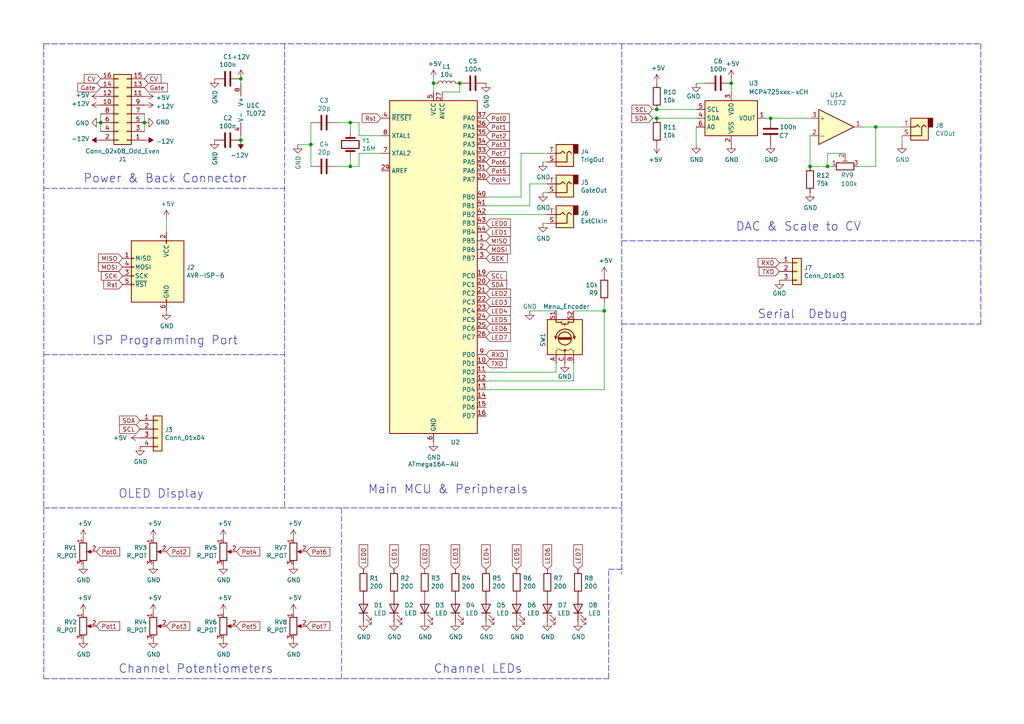
<source format=kicad_sch>
(kicad_sch (version 20211123) (generator eeschema)
  (paper "A4")
  (lib_symbols
    (symbol "Amplifier_Operational:TL072" (pin_names (offset 0.127))
      (property "Reference" "U" (at 0 5.08 0))
      (property "Value" "TL072" (at 0 -5.08 0))
      (symbol "TL072_1_1"
        (pin output line (at 7.62 0 180) (length 2.54) (name "~") (number "1"))
        (pin input line (at -7.62 -2.54 0) (length 2.54) (name "-") (number "2"))
        (pin input line (at -7.62 2.54 0) (length 2.54) (name "+") (number "3"))
      )
      (symbol "TL072_2_1"
        (pin input line (at -7.62 2.54 0) (length 2.54) (name "+") (number "5"))
        (pin input line (at -7.62 -2.54 0) (length 2.54) (name "-") (number "6"))
        (pin output line (at 7.62 0 180) (length 2.54) (name "~") (number "7"))
      )
      (symbol "TL072_3_1"
        (pin power_in line (at -2.54 -7.62 90) (length 3.81) (name "V-") (number "4"))
        (pin power_in line (at -2.54 7.62 270) (length 3.81) (name "V+") (number "8"))
      )
    )
    (symbol "Analog_DAC:MCP4725xxx-xCH"
      (property "Reference" "U" (at -6.35 6.35 0))
      (property "Value" "MCP4725xxx-xCH" (at 8.89 6.35 0))
      (symbol "MCP4725xxx-xCH_1_1"
        (pin output line (at 10.16 0 180) (length 2.54) (name "VOUT") (number "1"))
        (pin power_in line (at 0 -7.62 90) (length 2.54) (name "VSS") (number "2"))
        (pin power_in line (at 0 7.62 270) (length 2.54) (name "VDD") (number "3"))
        (pin bidirectional line (at -10.16 0 0) (length 2.54) (name "SDA") (number "4"))
        (pin input line (at -10.16 2.54 0) (length 2.54) (name "SCL") (number "5"))
        (pin input line (at -10.16 -2.54 0) (length 2.54) (name "A0") (number "6"))
      )
    )
    (symbol "Connector:AVR-ISP-6" (pin_names (offset 1.016))
      (property "Reference" "J" (at -6.35 11.43 0))
      (property "Value" "AVR-ISP-6" (at 0 11.43 0))
      (symbol "AVR-ISP-6_1_1"
        (pin passive line (at 10.16 5.08 180) (length 2.54) (name "MISO") (number "1"))
        (pin passive line (at -2.54 12.7 270) (length 2.54) (name "VCC") (number "2"))
        (pin passive line (at 10.16 0 180) (length 2.54) (name "SCK") (number "3"))
        (pin passive line (at 10.16 2.54 180) (length 2.54) (name "MOSI") (number "4"))
        (pin passive line (at 10.16 -2.54 180) (length 2.54) (name "~{RST}") (number "5"))
        (pin passive line (at -2.54 -10.16 90) (length 2.54) (name "GND") (number "6"))
      )
    )
    (symbol "Connector:AudioJack2"
      (property "Reference" "J" (at 0 8.89 0))
      (property "Value" "AudioJack2" (at 0 6.35 0))
      (symbol "AudioJack2_1_1"
        (pin passive line (at 5.08 2.54 180) (length 2.54) (name "~") (number "S"))
        (pin passive line (at 5.08 0 180) (length 2.54) (name "~") (number "T"))
      )
    )
    (symbol "Connector_Generic:Conn_01x03" (pin_names (offset 1.016) hide)
      (property "Reference" "J" (at 0 5.08 0))
      (property "Value" "Conn_01x03" (at 0 -5.08 0))
      (symbol "Conn_01x03_1_1"
        (pin passive line (at -5.08 2.54 0) (length 3.81) (name "Pin_1") (number "1"))
        (pin passive line (at -5.08 0 0) (length 3.81) (name "Pin_2") (number "2"))
        (pin passive line (at -5.08 -2.54 0) (length 3.81) (name "Pin_3") (number "3"))
      )
    )
    (symbol "Connector_Generic:Conn_01x04" (pin_names (offset 1.016) hide)
      (property "Reference" "J" (at 0 5.08 0))
      (property "Value" "Conn_01x04" (at 0 -7.62 0))
      (symbol "Conn_01x04_1_1"
        (pin passive line (at -5.08 2.54 0) (length 3.81) (name "Pin_1") (number "1"))
        (pin passive line (at -5.08 0 0) (length 3.81) (name "Pin_2") (number "2"))
        (pin passive line (at -5.08 -2.54 0) (length 3.81) (name "Pin_3") (number "3"))
        (pin passive line (at -5.08 -5.08 0) (length 3.81) (name "Pin_4") (number "4"))
      )
    )
    (symbol "Connector_Generic:Conn_02x08_Odd_Even" (pin_names (offset 1.016) hide)
      (property "Reference" "J" (at 1.27 10.16 0))
      (property "Value" "Conn_02x08_Odd_Even" (at 1.27 -12.7 0))
      (symbol "Conn_02x08_Odd_Even_1_1"
        (pin passive line (at -5.08 7.62 0) (length 3.81) (name "Pin_1") (number "1"))
        (pin passive line (at 7.62 -2.54 180) (length 3.81) (name "Pin_10") (number "10"))
        (pin passive line (at -5.08 -5.08 0) (length 3.81) (name "Pin_11") (number "11"))
        (pin passive line (at 7.62 -5.08 180) (length 3.81) (name "Pin_12") (number "12"))
        (pin passive line (at -5.08 -7.62 0) (length 3.81) (name "Pin_13") (number "13"))
        (pin passive line (at 7.62 -7.62 180) (length 3.81) (name "Pin_14") (number "14"))
        (pin passive line (at -5.08 -10.16 0) (length 3.81) (name "Pin_15") (number "15"))
        (pin passive line (at 7.62 -10.16 180) (length 3.81) (name "Pin_16") (number "16"))
        (pin passive line (at 7.62 7.62 180) (length 3.81) (name "Pin_2") (number "2"))
        (pin passive line (at -5.08 5.08 0) (length 3.81) (name "Pin_3") (number "3"))
        (pin passive line (at 7.62 5.08 180) (length 3.81) (name "Pin_4") (number "4"))
        (pin passive line (at -5.08 2.54 0) (length 3.81) (name "Pin_5") (number "5"))
        (pin passive line (at 7.62 2.54 180) (length 3.81) (name "Pin_6") (number "6"))
        (pin passive line (at -5.08 0 0) (length 3.81) (name "Pin_7") (number "7"))
        (pin passive line (at 7.62 0 180) (length 3.81) (name "Pin_8") (number "8"))
        (pin passive line (at -5.08 -2.54 0) (length 3.81) (name "Pin_9") (number "9"))
      )
    )
    (symbol "Device:C" (pin_numbers hide) (pin_names (offset 0.254))
      (property "Reference" "C" (at 0.635 2.54 0))
      (property "Value" "C" (at 0.635 -2.54 0))
      (symbol "C_1_1"
        (pin passive line (at 0 3.81 270) (length 2.794) (name "~") (number "1"))
        (pin passive line (at 0 -3.81 90) (length 2.794) (name "~") (number "2"))
      )
    )
    (symbol "Device:Crystal" (pin_numbers hide) (pin_names (offset 1.016) hide)
      (property "Reference" "Y" (at 0 3.81 0))
      (property "Value" "Crystal" (at 0 -3.81 0))
      (symbol "Crystal_1_1"
        (pin passive line (at -3.81 0 0) (length 1.27) (name "1") (number "1"))
        (pin passive line (at 3.81 0 180) (length 1.27) (name "2") (number "2"))
      )
    )
    (symbol "Device:L" (pin_numbers hide) (pin_names (offset 1.016) hide)
      (property "Reference" "L" (at -1.27 0 90))
      (property "Value" "L" (at 1.905 0 90))
      (symbol "L_1_1"
        (pin passive line (at 0 3.81 270) (length 1.27) (name "1") (number "1"))
        (pin passive line (at 0 -3.81 90) (length 1.27) (name "2") (number "2"))
      )
    )
    (symbol "Device:LED" (pin_numbers hide) (pin_names (offset 1.016) hide)
      (property "Reference" "D" (at 0 2.54 0))
      (property "Value" "LED" (at 0 -2.54 0))
      (symbol "LED_1_1"
        (pin passive line (at -3.81 0 0) (length 2.54) (name "K") (number "1"))
        (pin passive line (at 3.81 0 180) (length 2.54) (name "A") (number "2"))
      )
    )
    (symbol "Device:R" (pin_numbers hide) (pin_names (offset 0))
      (property "Reference" "R" (at 2.032 0 90))
      (property "Value" "R" (at 0 0 90))
      (symbol "R_1_1"
        (pin passive line (at 0 3.81 270) (length 1.27) (name "~") (number "1"))
        (pin passive line (at 0 -3.81 90) (length 1.27) (name "~") (number "2"))
      )
    )
    (symbol "control_voltage_eurorack_module-rescue:ATmega16A-AU-MCU_Microchip_ATmega"
      (property "Reference" "U" (at -12.7 49.53 0))
      (property "Value" "ATmega16A-AU-MCU_Microchip_ATmega" (at 2.54 -49.53 0))
      (symbol "ATmega16A-AU-MCU_Microchip_ATmega_1_1"
        (pin bidirectional line (at 15.24 7.62 180) (length 2.54) (name "PB5") (number "1"))
        (pin bidirectional line (at 15.24 -27.94 180) (length 2.54) (name "PD1") (number "10"))
        (pin bidirectional line (at 15.24 -30.48 180) (length 2.54) (name "PD2") (number "11"))
        (pin bidirectional line (at 15.24 -33.02 180) (length 2.54) (name "PD3") (number "12"))
        (pin bidirectional line (at 15.24 -35.56 180) (length 2.54) (name "PD4") (number "13"))
        (pin bidirectional line (at 15.24 -38.1 180) (length 2.54) (name "PD5") (number "14"))
        (pin bidirectional line (at 15.24 -40.64 180) (length 2.54) (name "PD6") (number "15"))
        (pin bidirectional line (at 15.24 -43.18 180) (length 2.54) (name "PD7") (number "16"))
        (pin passive line (at 0 50.8 270) (length 2.54) hide (name "VCC") (number "17"))
        (pin passive line (at 0 -50.8 90) (length 2.54) hide (name "GND") (number "18"))
        (pin bidirectional line (at 15.24 -2.54 180) (length 2.54) (name "PC0") (number "19"))
        (pin bidirectional line (at 15.24 5.08 180) (length 2.54) (name "PB6") (number "2"))
        (pin bidirectional line (at 15.24 -5.08 180) (length 2.54) (name "PC1") (number "20"))
        (pin bidirectional line (at 15.24 -7.62 180) (length 2.54) (name "PC2") (number "21"))
        (pin bidirectional line (at 15.24 -10.16 180) (length 2.54) (name "PC3") (number "22"))
        (pin bidirectional line (at 15.24 -12.7 180) (length 2.54) (name "PC4") (number "23"))
        (pin bidirectional line (at 15.24 -15.24 180) (length 2.54) (name "PC5") (number "24"))
        (pin bidirectional line (at 15.24 -17.78 180) (length 2.54) (name "PC6") (number "25"))
        (pin bidirectional line (at 15.24 -20.32 180) (length 2.54) (name "PC7") (number "26"))
        (pin power_in line (at 2.54 50.8 270) (length 2.54) (name "AVCC") (number "27"))
        (pin passive line (at 0 -50.8 90) (length 2.54) hide (name "GND") (number "28"))
        (pin passive line (at -15.24 27.94 0) (length 2.54) (name "AREF") (number "29"))
        (pin bidirectional line (at 15.24 2.54 180) (length 2.54) (name "PB7") (number "3"))
        (pin bidirectional line (at 15.24 25.4 180) (length 2.54) (name "PA7") (number "30"))
        (pin bidirectional line (at 15.24 27.94 180) (length 2.54) (name "PA6") (number "31"))
        (pin bidirectional line (at 15.24 30.48 180) (length 2.54) (name "PA5") (number "32"))
        (pin bidirectional line (at 15.24 33.02 180) (length 2.54) (name "PA4") (number "33"))
        (pin bidirectional line (at 15.24 35.56 180) (length 2.54) (name "PA3") (number "34"))
        (pin bidirectional line (at 15.24 38.1 180) (length 2.54) (name "PA2") (number "35"))
        (pin bidirectional line (at 15.24 40.64 180) (length 2.54) (name "PA1") (number "36"))
        (pin bidirectional line (at 15.24 43.18 180) (length 2.54) (name "PA0") (number "37"))
        (pin passive line (at 0 50.8 270) (length 2.54) hide (name "VCC") (number "38"))
        (pin passive line (at 0 -50.8 90) (length 2.54) hide (name "GND") (number "39"))
        (pin input line (at -15.24 43.18 0) (length 2.54) (name "~{RESET}") (number "4"))
        (pin bidirectional line (at 15.24 20.32 180) (length 2.54) (name "PB0") (number "40"))
        (pin bidirectional line (at 15.24 17.78 180) (length 2.54) (name "PB1") (number "41"))
        (pin bidirectional line (at 15.24 15.24 180) (length 2.54) (name "PB2") (number "42"))
        (pin bidirectional line (at 15.24 12.7 180) (length 2.54) (name "PB3") (number "43"))
        (pin bidirectional line (at 15.24 10.16 180) (length 2.54) (name "PB4") (number "44"))
        (pin power_in line (at 0 50.8 270) (length 2.54) (name "VCC") (number "5"))
        (pin power_in line (at 0 -50.8 90) (length 2.54) (name "GND") (number "6"))
        (pin output line (at -15.24 33.02 0) (length 2.54) (name "XTAL2") (number "7"))
        (pin input line (at -15.24 38.1 0) (length 2.54) (name "XTAL1") (number "8"))
        (pin bidirectional line (at 15.24 -25.4 180) (length 2.54) (name "PD0") (number "9"))
      )
    )
    (symbol "control_voltage_eurorack_module-rescue:R_POT-Device" (pin_names (offset 1.016) hide)
      (property "Reference" "RV" (at -4.445 0 90))
      (property "Value" "R_POT-Device" (at -2.54 0 90))
      (symbol "R_POT-Device_1_1"
        (pin passive line (at 0 3.81 270) (length 1.27) (name "1") (number "1"))
        (pin passive line (at 3.81 0 180) (length 1.27) (name "2") (number "2"))
        (pin passive line (at 0 -3.81 90) (length 1.27) (name "3") (number "3"))
      )
    )
    (symbol "control_voltage_eurorack_module-rescue:R_POT_TRIM-Device" (pin_names (offset 1.016) hide)
      (property "Reference" "RV" (at -4.445 0 90))
      (property "Value" "R_POT_TRIM-Device" (at -2.54 0 90))
      (symbol "R_POT_TRIM-Device_1_1"
        (pin passive line (at 0 3.81 270) (length 1.27) (name "1") (number "1"))
        (pin passive line (at 3.81 0 180) (length 1.27) (name "2") (number "2"))
        (pin passive line (at 0 -3.81 90) (length 1.27) (name "3") (number "3"))
      )
    )
    (symbol "control_voltage_eurorack_module-rescue:Rotary_Encoder_Switch-Device" (pin_names (offset 0.254) hide)
      (property "Reference" "SW" (at 0 6.604 0))
      (property "Value" "Rotary_Encoder_Switch-Device" (at 0 -6.604 0))
      (symbol "Rotary_Encoder_Switch-Device_1_1"
        (pin passive line (at -7.62 2.54 0) (length 2.54) (name "A") (number "A"))
        (pin passive line (at -7.62 -2.54 0) (length 2.54) (name "B") (number "B"))
        (pin passive line (at -7.62 0 0) (length 2.54) (name "C") (number "C"))
        (pin passive line (at 7.62 2.54 180) (length 2.54) (name "S1") (number "S1"))
        (pin passive line (at 7.62 -2.54 180) (length 2.54) (name "S2") (number "S2"))
      )
    )
    (symbol "power:+12V" (power) (pin_names (offset 0))
      (property "Value" "+12V" (at 0 3.556 0))
      (symbol "+12V_1_1"
        (pin power_in line (at 0 0 90) (length 0) hide (name "+12V") (number "1"))
      )
    )
    (symbol "power:+5V" (power) (pin_names (offset 0))
      (property "Value" "+5V" (at 0 3.556 0))
      (symbol "+5V_1_1"
        (pin power_in line (at 0 0 90) (length 0) hide (name "+5V") (number "1"))
      )
    )
    (symbol "power:-12V" (power) (pin_names (offset 0))
      (property "Value" "-12V" (at 0 3.81 0))
      (symbol "-12V_0_0"
        (pin power_in line (at 0 0 90) (length 0) hide (name "-12V") (number "1"))
      )
    )
    (symbol "power:GND" (power) (pin_names (offset 0))
      (property "Value" "GND" (at 0 -3.81 0))
      (symbol "GND_1_1"
        (pin power_in line (at 0 0 270) (length 0) hide (name "GND") (number "1"))
      )
    )
  )
  (junction (at 234.95 48.26))
  (junction (at 133.35 24.13))
  (junction (at 69.85 40.64))
  (junction (at 29.21 35.56))
  (junction (at 223.52 34.29))
  (junction (at 41.91 35.56))
  (junction (at 125.73 24.13))
  (junction (at 175.26 90.17))
  (junction (at 190.5 31.75))
  (junction (at 190.5 34.29))
  (junction (at 101.6 35.56))
  (junction (at 90.17 41.91))
  (junction (at 212.09 24.13))
  (junction (at 101.6 48.26))
  (junction (at 69.85 22.86))
  (junction (at 254 36.83))
  (junction (at 240.03 48.26))
  (wire (pts (xy 151.13 57.15) (xy 151.13 44.45)))
  (wire (pts (xy 166.37 105.41) (xy 166.37 110.49)))
  (polyline (pts (xy 12.7 12.7) (xy 12.7 196.85)))
  (wire (pts (xy 151.13 44.45) (xy 158.75 44.45)))
  (polyline (pts (xy 176.53 165.1) (xy 180.34 165.1)))
  (wire (pts (xy 104.14 44.45) (xy 110.49 44.45)))
  (wire (pts (xy 161.29 90.17) (xy 153.67 90.17)))
  (polyline (pts (xy 82.55 12.7) (xy 82.55 147.32)))
  (wire (pts (xy 90.17 41.91) (xy 90.17 35.56)))
  (wire (pts (xy 189.23 31.75) (xy 190.5 31.75)))
  (wire (pts (xy 222.25 34.29) (xy 223.52 34.29)))
  (wire (pts (xy 104.14 48.26) (xy 104.14 44.45)))
  (wire (pts (xy 250.19 36.83) (xy 254 36.83)))
  (wire (pts (xy 29.21 38.1) (xy 29.21 35.56)))
  (wire (pts (xy 223.52 34.29) (xy 234.95 34.29)))
  (polyline (pts (xy 180.34 12.7) (xy 180.34 166.37)))
  (wire (pts (xy 212.09 26.67) (xy 212.09 24.13)))
  (wire (pts (xy 69.85 22.86) (xy 69.85 24.13)))
  (polyline (pts (xy 12.7 12.7) (xy 284.48 12.7)))
  (polyline (pts (xy 12.7 196.85) (xy 176.53 196.85)))
  (wire (pts (xy 101.6 48.26) (xy 101.6 45.72)))
  (wire (pts (xy 41.91 35.56) (xy 41.91 33.02)))
  (wire (pts (xy 234.95 39.37) (xy 234.95 48.26)))
  (wire (pts (xy 86.36 41.91) (xy 90.17 41.91)))
  (polyline (pts (xy 176.53 196.85) (xy 176.53 165.1)))
  (wire (pts (xy 140.97 57.15) (xy 151.13 57.15)))
  (polyline (pts (xy 12.7 54.61) (xy 82.55 54.61)))
  (wire (pts (xy 29.21 35.56) (xy 29.21 33.02)))
  (wire (pts (xy 153.67 53.34) (xy 153.67 59.69)))
  (wire (pts (xy 201.93 41.91) (xy 201.93 36.83)))
  (wire (pts (xy 69.85 39.37) (xy 69.85 40.64)))
  (wire (pts (xy 48.26 63.5) (xy 48.26 67.31)))
  (wire (pts (xy 240.03 48.26) (xy 240.03 44.45)))
  (wire (pts (xy 97.79 48.26) (xy 101.6 48.26)))
  (polyline (pts (xy 12.7 147.32) (xy 180.34 147.32)))
  (polyline (pts (xy 180.34 69.85) (xy 284.48 69.85)))
  (wire (pts (xy 125.73 26.67) (xy 125.73 24.13)))
  (polyline (pts (xy 99.06 147.32) (xy 99.06 196.85)))
  (wire (pts (xy 254 48.26) (xy 254 36.83)))
  (wire (pts (xy 254 36.83) (xy 261.62 36.83)))
  (wire (pts (xy 133.35 26.67) (xy 133.35 24.13)))
  (wire (pts (xy 140.97 62.23) (xy 158.75 62.23)))
  (wire (pts (xy 261.62 41.91) (xy 261.62 39.37)))
  (polyline (pts (xy 180.34 93.98) (xy 284.48 93.98)))
  (wire (pts (xy 104.14 39.37) (xy 110.49 39.37)))
  (wire (pts (xy 212.09 22.86) (xy 212.09 24.13)))
  (wire (pts (xy 97.79 35.56) (xy 101.6 35.56)))
  (wire (pts (xy 90.17 48.26) (xy 90.17 41.91)))
  (wire (pts (xy 248.92 48.26) (xy 254 48.26)))
  (wire (pts (xy 157.48 64.77) (xy 158.75 64.77)))
  (wire (pts (xy 240.03 44.45) (xy 245.11 44.45)))
  (wire (pts (xy 101.6 35.56) (xy 101.6 38.1)))
  (wire (pts (xy 140.97 110.49) (xy 166.37 110.49)))
  (wire (pts (xy 175.26 90.17) (xy 175.26 113.03)))
  (wire (pts (xy 190.5 31.75) (xy 201.93 31.75)))
  (wire (pts (xy 125.73 22.86) (xy 125.73 24.13)))
  (wire (pts (xy 161.29 107.95) (xy 161.29 105.41)))
  (wire (pts (xy 190.5 34.29) (xy 189.23 34.29)))
  (wire (pts (xy 140.97 113.03) (xy 175.26 113.03)))
  (wire (pts (xy 101.6 35.56) (xy 104.14 35.56)))
  (wire (pts (xy 201.93 24.13) (xy 204.47 24.13)))
  (wire (pts (xy 41.91 38.1) (xy 41.91 35.56)))
  (wire (pts (xy 153.67 53.34) (xy 158.75 53.34)))
  (wire (pts (xy 166.37 90.17) (xy 175.26 90.17)))
  (wire (pts (xy 153.67 59.69) (xy 140.97 59.69)))
  (wire (pts (xy 240.03 48.26) (xy 241.3 48.26)))
  (wire (pts (xy 157.48 55.88) (xy 158.75 55.88)))
  (wire (pts (xy 140.97 107.95) (xy 161.29 107.95)))
  (wire (pts (xy 190.5 34.29) (xy 201.93 34.29)))
  (wire (pts (xy 157.48 46.99) (xy 158.75 46.99)))
  (wire (pts (xy 101.6 48.26) (xy 104.14 48.26)))
  (wire (pts (xy 128.27 26.67) (xy 133.35 26.67)))
  (wire (pts (xy 104.14 35.56) (xy 104.14 39.37)))
  (wire (pts (xy 175.26 90.17) (xy 175.26 87.63)))
  (polyline (pts (xy 12.7 102.87) (xy 82.55 102.87)))
  (wire (pts (xy 234.95 48.26) (xy 240.03 48.26)))
  (polyline (pts (xy 284.48 12.7) (xy 284.48 93.98)))
  (text "Main MCU & Peripherals" (at 106.68 143.51 0) (effects (font (size 2.4892 2.4892)) (justify left bottom)))
  (text "ISP Programming Port" (at 26.67 100.33 0) (effects (font (size 2.4892 2.4892)) (justify left bottom)))
  (text "Power & Back Connector" (at 24.13 53.34 0) (effects (font (size 2.4892 2.4892)) (justify left bottom)))
  (text "OLED Display" (at 34.29 144.78 0) (effects (font (size 2.4892 2.4892)) (justify left bottom)))
  (text "DAC & Scale to CV" (at 213.36 67.31 0) (effects (font (size 2.4892 2.4892)) (justify left bottom)))
  (text "Channel Potentiometers" (at 34.29 195.58 0) (effects (font (size 2.4892 2.4892)) (justify left bottom)))
  (text "Serial  Debug" (at 219.71 92.71 0) (effects (font (size 2.4892 2.4892)) (justify left bottom)))
  (text "Channel LEDs" (at 125.73 195.58 0) (effects (font (size 2.4892 2.4892)) (justify left bottom)))
  (global_label "Pot2" (shape input) (at 48.26 160.02 0) (property "Intersheet References" "${INTERSHEET_REFS}" (effects hide)))
  (global_label "Pot3" (shape input) (at 140.97 41.91 0) (property "Intersheet References" "${INTERSHEET_REFS}" (effects hide)))
  (global_label "SDA" (shape input) (at 40.64 121.92 180) (property "Intersheet References" "${INTERSHEET_REFS}" (effects hide)))
  (global_label "LED2" (shape input) (at 123.19 165.1 90) (property "Intersheet References" "${INTERSHEET_REFS}" (effects hide)))
  (global_label "LED6" (shape input) (at 140.97 95.25 0) (property "Intersheet References" "${INTERSHEET_REFS}" (effects hide)))
  (global_label "LED2" (shape input) (at 140.97 85.09 0) (property "Intersheet References" "${INTERSHEET_REFS}" (effects hide)))
  (global_label "Pot7" (shape input) (at 88.9 181.61 0) (property "Intersheet References" "${INTERSHEET_REFS}" (effects hide)))
  (global_label "Pot0" (shape input) (at 27.94 160.02 0) (property "Intersheet References" "${INTERSHEET_REFS}" (effects hide)))
  (global_label "MOSI" (shape input) (at 140.97 72.39 0) (property "Intersheet References" "${INTERSHEET_REFS}" (effects hide)))
  (global_label "SDA" (shape input) (at 140.97 82.55 0) (property "Intersheet References" "${INTERSHEET_REFS}" (effects hide)))
  (global_label "LED5" (shape input) (at 149.86 165.1 90) (property "Intersheet References" "${INTERSHEET_REFS}" (effects hide)))
  (global_label "Pot1" (shape input) (at 140.97 36.83 0) (property "Intersheet References" "${INTERSHEET_REFS}" (effects hide)))
  (global_label "SCK" (shape input) (at 35.56 80.01 180) (property "Intersheet References" "${INTERSHEET_REFS}" (effects hide)))
  (global_label "Pot6" (shape input) (at 140.97 46.99 0) (property "Intersheet References" "${INTERSHEET_REFS}" (effects hide)))
  (global_label "TXD" (shape input) (at 140.97 105.41 0) (property "Intersheet References" "${INTERSHEET_REFS}" (effects hide)))
  (global_label "SDA" (shape input) (at 189.23 34.29 180) (property "Intersheet References" "${INTERSHEET_REFS}" (effects hide)))
  (global_label "Pot5" (shape input) (at 68.58 181.61 0) (property "Intersheet References" "${INTERSHEET_REFS}" (effects hide)))
  (global_label "LED0" (shape input) (at 105.41 165.1 90) (property "Intersheet References" "${INTERSHEET_REFS}" (effects hide)))
  (global_label "RXD" (shape input) (at 226.06 76.2 180) (property "Intersheet References" "${INTERSHEET_REFS}" (effects hide)))
  (global_label "RXD" (shape input) (at 140.97 102.87 0) (property "Intersheet References" "${INTERSHEET_REFS}" (effects hide)))
  (global_label "SCL" (shape input) (at 140.97 80.01 0) (property "Intersheet References" "${INTERSHEET_REFS}" (effects hide)))
  (global_label "LED1" (shape input) (at 140.97 67.31 0) (property "Intersheet References" "${INTERSHEET_REFS}" (effects hide)))
  (global_label "SCK" (shape input) (at 140.97 74.93 0) (property "Intersheet References" "${INTERSHEET_REFS}" (effects hide)))
  (global_label "MISO" (shape input) (at 140.97 69.85 0) (property "Intersheet References" "${INTERSHEET_REFS}" (effects hide)))
  (global_label "CV" (shape input) (at 29.21 22.86 180) (property "Intersheet References" "${INTERSHEET_REFS}" (effects hide)))
  (global_label "Rst" (shape input) (at 35.56 82.55 180) (property "Intersheet References" "${INTERSHEET_REFS}" (effects hide)))
  (global_label "Pot6" (shape input) (at 88.9 160.02 0) (property "Intersheet References" "${INTERSHEET_REFS}" (effects hide)))
  (global_label "Pot7" (shape input) (at 140.97 44.45 0) (property "Intersheet References" "${INTERSHEET_REFS}" (effects hide)))
  (global_label "LED1" (shape input) (at 114.3 165.1 90) (property "Intersheet References" "${INTERSHEET_REFS}" (effects hide)))
  (global_label "CV" (shape input) (at 41.91 22.86 0) (property "Intersheet References" "${INTERSHEET_REFS}" (effects hide)))
  (global_label "LED3" (shape input) (at 140.97 87.63 0) (property "Intersheet References" "${INTERSHEET_REFS}" (effects hide)))
  (global_label "Pot5" (shape input) (at 140.97 49.53 0) (property "Intersheet References" "${INTERSHEET_REFS}" (effects hide)))
  (global_label "LED4" (shape input) (at 140.97 90.17 0) (property "Intersheet References" "${INTERSHEET_REFS}" (effects hide)))
  (global_label "TXD" (shape input) (at 226.06 78.74 180) (property "Intersheet References" "${INTERSHEET_REFS}" (effects hide)))
  (global_label "LED7" (shape input) (at 167.64 165.1 90) (property "Intersheet References" "${INTERSHEET_REFS}" (effects hide)))
  (global_label "Pot0" (shape input) (at 140.97 34.29 0) (property "Intersheet References" "${INTERSHEET_REFS}" (effects hide)))
  (global_label "LED6" (shape input) (at 158.75 165.1 90) (property "Intersheet References" "${INTERSHEET_REFS}" (effects hide)))
  (global_label "Gate" (shape input) (at 29.21 25.4 180) (property "Intersheet References" "${INTERSHEET_REFS}" (effects hide)))
  (global_label "LED4" (shape input) (at 140.97 165.1 90) (property "Intersheet References" "${INTERSHEET_REFS}" (effects hide)))
  (global_label "Pot2" (shape input) (at 140.97 39.37 0) (property "Intersheet References" "${INTERSHEET_REFS}" (effects hide)))
  (global_label "LED3" (shape input) (at 132.08 165.1 90) (property "Intersheet References" "${INTERSHEET_REFS}" (effects hide)))
  (global_label "SCL" (shape input) (at 40.64 124.46 180) (property "Intersheet References" "${INTERSHEET_REFS}" (effects hide)))
  (global_label "Pot4" (shape input) (at 68.58 160.02 0) (property "Intersheet References" "${INTERSHEET_REFS}" (effects hide)))
  (global_label "Pot1" (shape input) (at 27.94 181.61 0) (property "Intersheet References" "${INTERSHEET_REFS}" (effects hide)))
  (global_label "Pot3" (shape input) (at 48.26 181.61 0) (property "Intersheet References" "${INTERSHEET_REFS}" (effects hide)))
  (global_label "MOSI" (shape input) (at 35.56 77.47 180) (property "Intersheet References" "${INTERSHEET_REFS}" (effects hide)))
  (global_label "Pot4" (shape input) (at 140.97 52.07 0) (property "Intersheet References" "${INTERSHEET_REFS}" (effects hide)))
  (global_label "MISO" (shape input) (at 35.56 74.93 180) (property "Intersheet References" "${INTERSHEET_REFS}" (effects hide)))
  (global_label "LED0" (shape input) (at 140.97 64.77 0) (property "Intersheet References" "${INTERSHEET_REFS}" (effects hide)))
  (global_label "Rst" (shape input) (at 110.49 34.29 180) (property "Intersheet References" "${INTERSHEET_REFS}" (effects hide)))
  (global_label "LED7" (shape input) (at 140.97 97.79 0) (property "Intersheet References" "${INTERSHEET_REFS}" (effects hide)))
  (global_label "SCL" (shape input) (at 189.23 31.75 180) (property "Intersheet References" "${INTERSHEET_REFS}" (effects hide)))
  (global_label "LED5" (shape input) (at 140.97 92.71 0) (property "Intersheet References" "${INTERSHEET_REFS}" (effects hide)))
  (global_label "Gate" (shape input) (at 41.91 25.4 0) (property "Intersheet References" "${INTERSHEET_REFS}" (effects hide)))
  (symbol (lib_id "Analog_DAC:MCP4725xxx-xCH") (at 212.09 34.29 0) (unit 1)
    (property "Reference" "U3" (at 217.17 24.13 0) (effects (justify left)))
    (property "Value" "MCP4725xxx-xCH" (at 217.17 26.67 0) (effects (justify left)))
    (property "Footprint" "Package_TO_SOT_SMD:SOT-23-6" (effects hide))
    (property "Datasheet" "http://ww1.microchip.com/downloads/en/DeviceDoc/22039d.pdf" (effects hide))
  )
  (symbol (lib_id "power:+12V") (at 41.91 30.48 270) (unit 1)
    (property "Reference" "#PWR012" (effects hide))
    (property "Value" "+12V" (at 45.1612 30.861 90) (effects (justify left)))
  )
  (symbol (lib_id "power:+12V") (at 29.21 30.48 90) (unit 1)
    (property "Reference" "#PWR06" (effects hide))
    (property "Value" "+12V" (at 25.9588 30.099 90) (effects (justify left)))
  )
  (symbol (lib_id "power:GND") (at 29.21 35.56 270) (unit 1)
    (property "Reference" "#PWR07" (effects hide))
    (property "Value" "GND" (at 25.9588 35.687 90) (effects (justify right)))
  )
  (symbol (lib_id "power:GND") (at 41.91 35.56 90) (unit 1)
    (property "Reference" "#PWR013" (effects hide))
    (property "Value" "GND" (at 45.1612 35.433 90) (effects (justify right)))
  )
  (symbol (lib_id "power:-12V") (at 29.21 40.64 90) (unit 1)
    (property "Reference" "#PWR08" (effects hide))
    (property "Value" "-12V" (at 25.9588 40.259 90) (effects (justify left)))
  )
  (symbol (lib_id "power:-12V") (at 41.91 40.64 270) (unit 1)
    (property "Reference" "#PWR014" (effects hide))
    (property "Value" "-12V" (at 45.1612 41.021 90) (effects (justify left)))
  )
  (symbol (lib_id "Device:C") (at 66.04 22.86 270) (unit 1)
    (property "Reference" "C1" (at 66.04 16.4592 90))
    (property "Value" "100n" (at 66.04 18.7706 90))
    (property "Footprint" "Capacitor_SMD:C_1206_3216Metric_Pad1.33x1.80mm_HandSolder" (effects hide))
  )
  (symbol (lib_id "Device:C") (at 66.04 40.64 270) (unit 1)
    (property "Reference" "C2" (at 66.04 34.2392 90))
    (property "Value" "100n" (at 66.04 36.5506 90))
    (property "Footprint" "Capacitor_SMD:C_1206_3216Metric_Pad1.33x1.80mm_HandSolder" (effects hide))
  )
  (symbol (lib_id "power:GND") (at 62.23 22.86 0) (unit 1)
    (property "Reference" "#PWR021" (effects hide))
    (property "Value" "GND" (at 62.357 26.1112 90) (effects (justify right)))
  )
  (symbol (lib_id "power:GND") (at 62.23 40.64 0) (unit 1)
    (property "Reference" "#PWR022" (effects hide))
    (property "Value" "GND" (at 62.357 43.8912 90) (effects (justify right)))
  )
  (symbol (lib_id "power:GND") (at 201.93 41.91 0) (unit 1)
    (property "Reference" "#PWR053" (effects hide))
    (property "Value" "GND" (at 202.057 46.3042 0))
  )
  (symbol (lib_id "Connector:AudioJack2") (at 163.83 62.23 180) (unit 1)
    (property "Reference" "J6" (at 168.402 61.7982 0) (effects (justify right)))
    (property "Value" "ExtClkIn" (at 168.402 64.1096 0) (effects (justify right)))
    (property "Footprint" "Jack_3:Jack_3.5mm_VERTICAL" (effects hide))
  )
  (symbol (lib_id "Device:C") (at 208.28 24.13 270) (unit 1)
    (property "Reference" "C6" (at 208.28 17.7292 90))
    (property "Value" "100n" (at 208.28 20.0406 90))
    (property "Footprint" "Capacitor_SMD:C_1206_3216Metric_Pad1.33x1.80mm_HandSolder" (effects hide))
  )
  (symbol (lib_id "power:GND") (at 125.73 128.27 0) (unit 1)
    (property "Reference" "#PWR038" (effects hide))
    (property "Value" "GND" (at 125.857 132.6642 0))
  )
  (symbol (lib_id "power:GND") (at 212.09 41.91 0) (unit 1)
    (property "Reference" "#PWR056" (effects hide))
    (property "Value" "GND" (at 212.217 46.3042 0))
  )
  (symbol (lib_id "power:GND") (at 201.93 24.13 0) (unit 1)
    (property "Reference" "#PWR054" (effects hide))
    (property "Value" "GND" (at 203.2 27.94 0) (effects (justify right)))
  )
  (symbol (lib_id "power:+5V") (at 212.09 22.86 0) (unit 1)
    (property "Reference" "#PWR055" (effects hide))
    (property "Value" "+5V" (at 212.471 18.4658 0))
  )
  (symbol (lib_id "Connector:AVR-ISP-6") (at 45.72 80.01 0) (mirror y) (unit 1)
    (property "Reference" "J2" (at 54.0766 77.5716 0) (effects (justify right)))
    (property "Value" "AVR-ISP-6" (at 54.0766 79.883 0) (effects (justify right)))
    (property "Footprint" "Connector_IDC:IDC-Header_2x03_P2.54mm_Vertical" (effects hide))
    (property "Datasheet" " ~" (effects hide))
  )
  (symbol (lib_id "Amplifier_Operational:TL072") (at 242.57 36.83 0) (unit 1)
    (property "Reference" "U1" (at 242.57 27.5082 0))
    (property "Value" "TL072" (at 242.57 29.8196 0))
    (property "Footprint" "Package_SO:SO-8_3.9x4.9mm_P1.27mm" (effects hide))
    (property "Datasheet" "http://www.ti.com/lit/ds/symlink/tl071.pdf" (effects hide))
  )
  (symbol (lib_id "Amplifier_Operational:TL072") (at 72.39 31.75 0) (unit 3)
    (property "Reference" "U1" (at 71.3232 30.5816 0) (effects (justify left)))
    (property "Value" "TL072" (at 71.3232 32.893 0) (effects (justify left)))
    (property "Footprint" "Package_SO:SO-8_3.9x4.9mm_P1.27mm" (effects hide))
    (property "Datasheet" "http://www.ti.com/lit/ds/symlink/tl071.pdf" (effects hide))
  )
  (symbol (lib_id "power:-12V") (at 69.85 40.64 180) (unit 1)
    (property "Reference" "#PWR028" (effects hide))
    (property "Value" "-12V" (at 69.469 45.0342 0))
  )
  (symbol (lib_id "power:+12V") (at 69.85 22.86 0) (unit 1)
    (property "Reference" "#PWR027" (effects hide))
    (property "Value" "+12V" (at 69.85 16.51 0))
  )
  (symbol (lib_id "control_voltage_eurorack_module-rescue:R_POT_TRIM-Device") (at 245.11 48.26 90) (unit 1)
    (property "Reference" "RV9" (at 243.84 50.8 90) (effects (justify right)))
    (property "Value" "100k" (at 243.84 53.34 90) (effects (justify right)))
    (property "Footprint" "Potentiometer_SMD:Potentiometer_Bourns_3314J_Vertical" (effects hide))
  )
  (symbol (lib_id "control_voltage_eurorack_module-rescue:Rotary_Encoder_Switch-Device") (at 163.83 97.79 90) (unit 1)
    (property "Reference" "SW1" (at 157.48 96.52 0) (effects (justify right)))
    (property "Value" "Menu_Encoder" (at 157.48 88.9 90) (effects (justify right)))
    (property "Footprint" "PEC12R-4025F-S0024:ENC_PEC12R-4025F-S0024" (effects hide))
  )
  (symbol (lib_id "control_voltage_eurorack_module-rescue:R_POT-Device") (at 44.45 181.61 0) (unit 1)
    (property "Reference" "RV4" (at 42.6974 180.4416 0) (effects (justify right)))
    (property "Value" "R_POT" (at 42.6974 182.753 0) (effects (justify right)))
    (property "Footprint" "Potentiometer_THT:Potentiometer_Bourns_PTV09A-1_Single_Vertical" (effects hide))
  )
  (symbol (lib_id "Device:R") (at 175.26 83.82 0) (unit 1)
    (property "Reference" "R9" (at 173.482 84.9884 0) (effects (justify right)))
    (property "Value" "10k" (at 173.482 82.677 0) (effects (justify right)))
    (property "Footprint" "Resistor_SMD:R_1206_3216Metric_Pad1.30x1.75mm_HandSolder" (effects hide))
  )
  (symbol (lib_id "power:+5V") (at 175.26 80.01 0) (unit 1)
    (property "Reference" "#PWR050" (effects hide))
    (property "Value" "+5V" (at 175.641 75.6158 0))
  )
  (symbol (lib_id "Device:C") (at 223.52 38.1 180) (unit 1)
    (property "Reference" "C7" (at 227.33 39.37 0))
    (property "Value" "100n" (at 228.6 36.83 0))
    (property "Footprint" "Capacitor_SMD:C_1206_3216Metric_Pad1.33x1.80mm_HandSolder" (effects hide))
  )
  (symbol (lib_id "power:GND") (at 223.52 41.91 0) (unit 1)
    (property "Reference" "#PWR057" (effects hide))
    (property "Value" "GND" (at 223.647 46.3042 0))
  )
  (symbol (lib_id "power:GND") (at 157.48 55.88 0) (unit 1)
    (property "Reference" "#PWR045" (effects hide))
    (property "Value" "GND" (at 157.607 60.2742 0))
  )
  (symbol (lib_id "control_voltage_eurorack_module-rescue:R_POT-Device") (at 85.09 181.61 0) (unit 1)
    (property "Reference" "RV8" (at 83.3374 180.4416 0) (effects (justify right)))
    (property "Value" "R_POT" (at 83.3374 182.753 0) (effects (justify right)))
    (property "Footprint" "Potentiometer_THT:Potentiometer_Bourns_PTV09A-1_Single_Vertical" (effects hide))
  )
  (symbol (lib_id "control_voltage_eurorack_module-rescue:R_POT-Device") (at 64.77 181.61 0) (unit 1)
    (property "Reference" "RV6" (at 63.0174 180.4416 0) (effects (justify right)))
    (property "Value" "R_POT" (at 63.0174 182.753 0) (effects (justify right)))
    (property "Footprint" "Potentiometer_THT:Potentiometer_Bourns_PTV09A-1_Single_Vertical" (effects hide))
  )
  (symbol (lib_id "control_voltage_eurorack_module-rescue:R_POT-Device") (at 24.13 181.61 0) (unit 1)
    (property "Reference" "RV2" (at 22.3774 180.4416 0) (effects (justify right)))
    (property "Value" "R_POT" (at 22.3774 182.753 0) (effects (justify right)))
    (property "Footprint" "Potentiometer_THT:Potentiometer_Bourns_PTV09A-1_Single_Vertical" (effects hide))
  )
  (symbol (lib_id "control_voltage_eurorack_module-rescue:R_POT-Device") (at 85.09 160.02 0) (unit 1)
    (property "Reference" "RV7" (at 83.3374 158.8516 0) (effects (justify right)))
    (property "Value" "R_POT" (at 83.3374 161.163 0) (effects (justify right)))
    (property "Footprint" "Potentiometer_THT:Potentiometer_Bourns_PTV09A-1_Single_Vertical" (effects hide))
  )
  (symbol (lib_id "control_voltage_eurorack_module-rescue:R_POT-Device") (at 64.77 160.02 0) (unit 1)
    (property "Reference" "RV5" (at 63.0174 158.8516 0) (effects (justify right)))
    (property "Value" "R_POT" (at 63.0174 161.163 0) (effects (justify right)))
    (property "Footprint" "Potentiometer_THT:Potentiometer_Bourns_PTV09A-1_Single_Vertical" (effects hide))
  )
  (symbol (lib_id "control_voltage_eurorack_module-rescue:R_POT-Device") (at 44.45 160.02 0) (unit 1)
    (property "Reference" "RV3" (at 42.6974 158.8516 0) (effects (justify right)))
    (property "Value" "R_POT" (at 42.6974 161.163 0) (effects (justify right)))
    (property "Footprint" "Potentiometer_THT:Potentiometer_Bourns_PTV09A-1_Single_Vertical" (effects hide))
  )
  (symbol (lib_id "control_voltage_eurorack_module-rescue:R_POT-Device") (at 24.13 160.02 0) (unit 1)
    (property "Reference" "RV1" (at 22.3774 158.8516 0) (effects (justify right)))
    (property "Value" "R_POT" (at 22.3774 161.163 0) (effects (justify right)))
    (property "Footprint" "Potentiometer_THT:Potentiometer_Bourns_PTV09A-1_Single_Vertical" (effects hide))
  )
  (symbol (lib_id "Connector_Generic:Conn_01x04") (at 45.72 124.46 0) (unit 1)
    (property "Reference" "J3" (at 47.752 124.6632 0) (effects (justify left)))
    (property "Value" "Conn_01x04" (at 47.752 126.9746 0) (effects (justify left)))
    (property "Footprint" "Connector_PinSocket_2.54mm:PinSocket_1x04_P2.54mm_Vertical" (effects hide))
  )
  (symbol (lib_id "power:+5V") (at 40.64 127 90) (unit 1)
    (property "Reference" "#PWR09" (effects hide))
    (property "Value" "+5V" (at 36.83 127 90) (effects (justify left)))
  )
  (symbol (lib_id "power:GND") (at 40.64 129.54 0) (unit 1)
    (property "Reference" "#PWR010" (effects hide))
    (property "Value" "GND" (at 40.767 133.9342 0))
  )
  (symbol (lib_id "power:GND") (at 24.13 163.83 0) (unit 1)
    (property "Reference" "#PWR02" (effects hide))
    (property "Value" "GND" (at 24.257 168.2242 0))
  )
  (symbol (lib_id "power:GND") (at 44.45 163.83 0) (unit 1)
    (property "Reference" "#PWR016" (effects hide))
    (property "Value" "GND" (at 44.577 168.2242 0))
  )
  (symbol (lib_id "power:GND") (at 64.77 163.83 0) (unit 1)
    (property "Reference" "#PWR024" (effects hide))
    (property "Value" "GND" (at 64.897 168.2242 0))
  )
  (symbol (lib_id "power:GND") (at 85.09 163.83 0) (unit 1)
    (property "Reference" "#PWR030" (effects hide))
    (property "Value" "GND" (at 85.217 168.2242 0))
  )
  (symbol (lib_id "power:GND") (at 85.09 185.42 0) (unit 1)
    (property "Reference" "#PWR032" (effects hide))
    (property "Value" "GND" (at 85.217 189.8142 0))
  )
  (symbol (lib_id "power:GND") (at 64.77 185.42 0) (unit 1)
    (property "Reference" "#PWR026" (effects hide))
    (property "Value" "GND" (at 64.897 189.8142 0))
  )
  (symbol (lib_id "power:GND") (at 44.45 185.42 0) (unit 1)
    (property "Reference" "#PWR018" (effects hide))
    (property "Value" "GND" (at 44.577 189.8142 0))
  )
  (symbol (lib_id "power:GND") (at 24.13 185.42 0) (unit 1)
    (property "Reference" "#PWR04" (effects hide))
    (property "Value" "GND" (at 24.257 189.8142 0))
  )
  (symbol (lib_id "power:GND") (at 153.67 90.17 0) (unit 1)
    (property "Reference" "#PWR043" (effects hide))
    (property "Value" "GND" (at 153.67 88.9 0))
  )
  (symbol (lib_id "power:+5V") (at 24.13 156.21 0) (unit 1)
    (property "Reference" "#PWR01" (effects hide))
    (property "Value" "+5V" (at 24.511 151.8158 0))
  )
  (symbol (lib_id "power:+5V") (at 44.45 156.21 0) (unit 1)
    (property "Reference" "#PWR015" (effects hide))
    (property "Value" "+5V" (at 44.831 151.8158 0))
  )
  (symbol (lib_id "power:+5V") (at 64.77 156.21 0) (unit 1)
    (property "Reference" "#PWR023" (effects hide))
    (property "Value" "+5V" (at 65.151 151.8158 0))
  )
  (symbol (lib_id "power:+5V") (at 85.09 156.21 0) (unit 1)
    (property "Reference" "#PWR029" (effects hide))
    (property "Value" "+5V" (at 85.471 151.8158 0))
  )
  (symbol (lib_id "power:+5V") (at 24.13 177.8 0) (unit 1)
    (property "Reference" "#PWR03" (effects hide))
    (property "Value" "+5V" (at 24.511 173.4058 0))
  )
  (symbol (lib_id "power:+5V") (at 44.45 177.8 0) (unit 1)
    (property "Reference" "#PWR017" (effects hide))
    (property "Value" "+5V" (at 44.831 173.4058 0))
  )
  (symbol (lib_id "power:+5V") (at 64.77 177.8 0) (unit 1)
    (property "Reference" "#PWR025" (effects hide))
    (property "Value" "+5V" (at 65.151 173.4058 0))
  )
  (symbol (lib_id "power:+5V") (at 85.09 177.8 0) (unit 1)
    (property "Reference" "#PWR031" (effects hide))
    (property "Value" "+5V" (at 85.471 173.4058 0))
  )
  (symbol (lib_id "Device:Crystal") (at 101.6 41.91 270) (unit 1)
    (property "Reference" "Y1" (at 104.9274 40.7416 90) (effects (justify left)))
    (property "Value" "16M" (at 104.9274 43.053 90) (effects (justify left)))
    (property "Footprint" "Crystal:Crystal_SMD_SeikoEpson_MA505-2Pin_12.7x5.1mm_HandSoldering" (effects hide))
  )
  (symbol (lib_id "Device:C") (at 93.98 35.56 270) (unit 1)
    (property "Reference" "C3" (at 93.98 29.1592 90))
    (property "Value" "20p" (at 93.98 31.4706 90))
    (property "Footprint" "Capacitor_SMD:C_1206_3216Metric_Pad1.33x1.80mm_HandSolder" (effects hide))
  )
  (symbol (lib_id "Device:C") (at 93.98 48.26 270) (unit 1)
    (property "Reference" "C4" (at 93.98 41.8592 90))
    (property "Value" "20p" (at 93.98 44.1706 90))
    (property "Footprint" "Capacitor_SMD:C_1206_3216Metric_Pad1.33x1.80mm_HandSolder" (effects hide))
  )
  (symbol (lib_id "power:GND") (at 86.36 41.91 0) (unit 1)
    (property "Reference" "#PWR033" (effects hide))
    (property "Value" "GND" (at 86.487 45.1612 90) (effects (justify right)))
  )
  (symbol (lib_id "Device:R") (at 190.5 38.1 0) (unit 1)
    (property "Reference" "R11" (at 192.278 36.9316 0) (effects (justify left)))
    (property "Value" "10k" (at 192.278 39.243 0) (effects (justify left)))
    (property "Footprint" "Resistor_SMD:R_1206_3216Metric_Pad1.30x1.75mm_HandSolder" (effects hide))
  )
  (symbol (lib_id "Device:R") (at 190.5 27.94 0) (unit 1)
    (property "Reference" "R10" (at 192.278 26.7716 0) (effects (justify left)))
    (property "Value" "10k" (at 192.278 29.083 0) (effects (justify left)))
    (property "Footprint" "Resistor_SMD:R_1206_3216Metric_Pad1.30x1.75mm_HandSolder" (effects hide))
  )
  (symbol (lib_id "power:+5V") (at 190.5 24.13 0) (unit 1)
    (property "Reference" "#PWR051" (effects hide))
    (property "Value" "+5V" (at 190.881 19.7358 0))
  )
  (symbol (lib_id "power:+5V") (at 190.5 41.91 180) (unit 1)
    (property "Reference" "#PWR052" (effects hide))
    (property "Value" "+5V" (at 190.119 46.3042 0))
  )
  (symbol (lib_id "power:+5V") (at 48.26 63.5 0) (unit 1)
    (property "Reference" "#PWR019" (effects hide))
    (property "Value" "+5V" (at 48.641 59.1058 0))
  )
  (symbol (lib_id "power:+5V") (at 125.73 22.86 0) (unit 1)
    (property "Reference" "#PWR037" (effects hide))
    (property "Value" "+5V" (at 126.111 18.4658 0))
  )
  (symbol (lib_id "Connector:AudioJack2") (at 163.83 53.34 180) (unit 1)
    (property "Reference" "J5" (at 168.402 52.9082 0) (effects (justify right)))
    (property "Value" "GateOut" (at 168.402 55.2196 0) (effects (justify right)))
    (property "Footprint" "Jack_3:Jack_3.5mm_VERTICAL" (effects hide))
  )
  (symbol (lib_id "Connector:AudioJack2") (at 163.83 44.45 180) (unit 1)
    (property "Reference" "J4" (at 168.402 44.0182 0) (effects (justify right)))
    (property "Value" "TrigOut" (at 168.402 46.3296 0) (effects (justify right)))
    (property "Footprint" "Jack_3:Jack_3.5mm_VERTICAL" (effects hide))
  )
  (symbol (lib_id "power:GND") (at 48.26 90.17 0) (unit 1)
    (property "Reference" "#PWR020" (effects hide))
    (property "Value" "GND" (at 48.387 94.5642 0))
  )
  (symbol (lib_id "Device:L") (at 129.54 24.13 90) (unit 1)
    (property "Reference" "L1" (at 129.54 19.304 90))
    (property "Value" "10u" (at 129.54 21.6154 90))
    (property "Footprint" "Inductor_SMD:L_1206_3216Metric_Pad1.22x1.90mm_HandSolder" (effects hide))
  )
  (symbol (lib_id "Device:C") (at 137.16 24.13 270) (unit 1)
    (property "Reference" "C5" (at 137.16 17.7292 90))
    (property "Value" "100n" (at 137.16 20.0406 90))
    (property "Footprint" "Capacitor_SMD:C_1206_3216Metric_Pad1.33x1.80mm_HandSolder" (effects hide))
  )
  (symbol (lib_id "power:GND") (at 140.97 24.13 0) (unit 1)
    (property "Reference" "#PWR040" (effects hide))
    (property "Value" "GND" (at 141.097 27.3812 90) (effects (justify right)))
  )
  (symbol (lib_id "power:GND") (at 157.48 46.99 0) (unit 1)
    (property "Reference" "#PWR044" (effects hide))
    (property "Value" "GND" (at 157.607 51.3842 0))
  )
  (symbol (lib_id "power:GND") (at 157.48 64.77 0) (unit 1)
    (property "Reference" "#PWR046" (effects hide))
    (property "Value" "GND" (at 157.607 69.1642 0))
  )
  (symbol (lib_id "Connector_Generic:Conn_02x08_Odd_Even") (at 36.83 33.02 180) (unit 1)
    (property "Reference" "J1" (at 35.56 46.1518 0))
    (property "Value" "Conn_02x08_Odd_Even" (at 35.56 43.8404 0))
    (property "Footprint" "Connector_PinHeader_2.54mm:PinHeader_2x08_P2.54mm_Vertical" (effects hide))
  )
  (symbol (lib_id "power:+5V") (at 29.21 27.94 90) (unit 1)
    (property "Reference" "#PWR05" (effects hide))
    (property "Value" "+5V" (at 25.9588 27.559 90) (effects (justify left)))
  )
  (symbol (lib_id "power:+5V") (at 41.91 27.94 270) (unit 1)
    (property "Reference" "#PWR011" (effects hide))
    (property "Value" "+5V" (at 45.1612 28.321 90) (effects (justify left)))
  )
  (symbol (lib_id "Device:R") (at 234.95 52.07 180) (unit 1)
    (property "Reference" "R12" (at 236.728 50.9016 0) (effects (justify right)))
    (property "Value" "75k" (at 236.728 53.213 0) (effects (justify right)))
    (property "Footprint" "Resistor_SMD:R_1206_3216Metric_Pad1.30x1.75mm_HandSolder" (effects hide))
  )
  (symbol (lib_id "power:GND") (at 234.95 55.88 0) (unit 1)
    (property "Reference" "#PWR059" (effects hide))
    (property "Value" "GND" (at 235.077 60.2742 0))
  )
  (symbol (lib_id "power:GND") (at 163.83 105.41 0) (unit 1)
    (property "Reference" "#PWR048" (effects hide))
    (property "Value" "GND" (at 163.83 109.22 0))
  )
  (symbol (lib_id "Connector:AudioJack2") (at 266.7 36.83 180) (unit 1)
    (property "Reference" "J8" (at 271.272 36.3982 0) (effects (justify right)))
    (property "Value" "CVOut" (at 271.272 38.7096 0) (effects (justify right)))
    (property "Footprint" "Jack_3:Jack_3.5mm_VERTICAL" (effects hide))
  )
  (symbol (lib_id "power:GND") (at 261.62 41.91 0) (unit 1)
    (property "Reference" "#PWR060" (effects hide))
    (property "Value" "GND" (at 261.747 46.3042 0))
  )
  (symbol (lib_id "Device:R") (at 105.41 168.91 180) (unit 1)
    (property "Reference" "R1" (at 107.188 167.7416 0) (effects (justify right)))
    (property "Value" "200" (at 107.188 170.053 0) (effects (justify right)))
    (property "Footprint" "Resistor_SMD:R_1206_3216Metric_Pad1.30x1.75mm_HandSolder" (effects hide))
  )
  (symbol (lib_id "Device:LED") (at 105.41 176.53 90) (unit 1)
    (property "Reference" "D1" (at 108.4072 175.5394 90) (effects (justify right)))
    (property "Value" "LED" (at 108.4072 177.8508 90) (effects (justify right)))
    (property "Footprint" "LED_THT:LED_D3.0mm" (effects hide))
  )
  (symbol (lib_id "power:GND") (at 105.41 180.34 0) (unit 1)
    (property "Reference" "#PWR034" (effects hide))
    (property "Value" "GND" (at 105.537 184.7342 0))
  )
  (symbol (lib_id "Device:R") (at 114.3 168.91 180) (unit 1)
    (property "Reference" "R2" (at 116.078 167.7416 0) (effects (justify right)))
    (property "Value" "200" (at 116.078 170.053 0) (effects (justify right)))
    (property "Footprint" "Resistor_SMD:R_1206_3216Metric_Pad1.30x1.75mm_HandSolder" (effects hide))
  )
  (symbol (lib_id "Device:LED") (at 114.3 176.53 90) (unit 1)
    (property "Reference" "D2" (at 117.2972 175.5394 90) (effects (justify right)))
    (property "Value" "LED" (at 117.2972 177.8508 90) (effects (justify right)))
    (property "Footprint" "LED_THT:LED_D3.0mm" (effects hide))
  )
  (symbol (lib_id "power:GND") (at 114.3 180.34 0) (unit 1)
    (property "Reference" "#PWR035" (effects hide))
    (property "Value" "GND" (at 114.427 184.7342 0))
  )
  (symbol (lib_id "Device:R") (at 123.19 168.91 180) (unit 1)
    (property "Reference" "R3" (at 124.968 167.7416 0) (effects (justify right)))
    (property "Value" "200" (at 124.968 170.053 0) (effects (justify right)))
    (property "Footprint" "Resistor_SMD:R_1206_3216Metric_Pad1.30x1.75mm_HandSolder" (effects hide))
  )
  (symbol (lib_id "Device:LED") (at 123.19 176.53 90) (unit 1)
    (property "Reference" "D3" (at 126.1872 175.5394 90) (effects (justify right)))
    (property "Value" "LED" (at 126.1872 177.8508 90) (effects (justify right)))
    (property "Footprint" "LED_THT:LED_D3.0mm" (effects hide))
  )
  (symbol (lib_id "power:GND") (at 123.19 180.34 0) (unit 1)
    (property "Reference" "#PWR036" (effects hide))
    (property "Value" "GND" (at 123.317 184.7342 0))
  )
  (symbol (lib_id "Device:R") (at 132.08 168.91 180) (unit 1)
    (property "Reference" "R4" (at 133.858 167.7416 0) (effects (justify right)))
    (property "Value" "200" (at 133.858 170.053 0) (effects (justify right)))
    (property "Footprint" "Resistor_SMD:R_1206_3216Metric_Pad1.30x1.75mm_HandSolder" (effects hide))
  )
  (symbol (lib_id "Device:LED") (at 132.08 176.53 90) (unit 1)
    (property "Reference" "D4" (at 135.0772 175.5394 90) (effects (justify right)))
    (property "Value" "LED" (at 135.0772 177.8508 90) (effects (justify right)))
    (property "Footprint" "LED_THT:LED_D3.0mm" (effects hide))
  )
  (symbol (lib_id "power:GND") (at 132.08 180.34 0) (unit 1)
    (property "Reference" "#PWR039" (effects hide))
    (property "Value" "GND" (at 132.207 184.7342 0))
  )
  (symbol (lib_id "Device:R") (at 140.97 168.91 180) (unit 1)
    (property "Reference" "R5" (at 142.748 167.7416 0) (effects (justify right)))
    (property "Value" "200" (at 142.748 170.053 0) (effects (justify right)))
    (property "Footprint" "Resistor_SMD:R_1206_3216Metric_Pad1.30x1.75mm_HandSolder" (effects hide))
  )
  (symbol (lib_id "Device:LED") (at 140.97 176.53 90) (unit 1)
    (property "Reference" "D5" (at 143.9672 175.5394 90) (effects (justify right)))
    (property "Value" "LED" (at 143.9672 177.8508 90) (effects (justify right)))
    (property "Footprint" "LED_THT:LED_D3.0mm" (effects hide))
  )
  (symbol (lib_id "power:GND") (at 140.97 180.34 0) (unit 1)
    (property "Reference" "#PWR041" (effects hide))
    (property "Value" "GND" (at 141.097 184.7342 0))
  )
  (symbol (lib_id "Device:R") (at 149.86 168.91 180) (unit 1)
    (property "Reference" "R6" (at 151.638 167.7416 0) (effects (justify right)))
    (property "Value" "200" (at 151.638 170.053 0) (effects (justify right)))
    (property "Footprint" "Resistor_SMD:R_1206_3216Metric_Pad1.30x1.75mm_HandSolder" (effects hide))
  )
  (symbol (lib_id "Device:LED") (at 149.86 176.53 90) (unit 1)
    (property "Reference" "D6" (at 152.8572 175.5394 90) (effects (justify right)))
    (property "Value" "LED" (at 152.8572 177.8508 90) (effects (justify right)))
    (property "Footprint" "LED_THT:LED_D3.0mm" (effects hide))
  )
  (symbol (lib_id "power:GND") (at 149.86 180.34 0) (unit 1)
    (property "Reference" "#PWR042" (effects hide))
    (property "Value" "GND" (at 149.987 184.7342 0))
  )
  (symbol (lib_id "Device:R") (at 158.75 168.91 180) (unit 1)
    (property "Reference" "R7" (at 160.528 167.7416 0) (effects (justify right)))
    (property "Value" "200" (at 160.528 170.053 0) (effects (justify right)))
    (property "Footprint" "Resistor_SMD:R_1206_3216Metric_Pad1.30x1.75mm_HandSolder" (effects hide))
  )
  (symbol (lib_id "Device:LED") (at 158.75 176.53 90) (unit 1)
    (property "Reference" "D7" (at 161.7472 175.5394 90) (effects (justify right)))
    (property "Value" "LED" (at 161.7472 177.8508 90) (effects (justify right)))
    (property "Footprint" "LED_THT:LED_D3.0mm" (effects hide))
  )
  (symbol (lib_id "power:GND") (at 158.75 180.34 0) (unit 1)
    (property "Reference" "#PWR047" (effects hide))
    (property "Value" "GND" (at 158.877 184.7342 0))
  )
  (symbol (lib_id "Device:R") (at 167.64 168.91 180) (unit 1)
    (property "Reference" "R8" (at 169.418 167.7416 0) (effects (justify right)))
    (property "Value" "200" (at 169.418 170.053 0) (effects (justify right)))
    (property "Footprint" "Resistor_SMD:R_1206_3216Metric_Pad1.30x1.75mm_HandSolder" (effects hide))
  )
  (symbol (lib_id "Device:LED") (at 167.64 176.53 90) (unit 1)
    (property "Reference" "D8" (at 170.6372 175.5394 90) (effects (justify right)))
    (property "Value" "LED" (at 170.6372 177.8508 90) (effects (justify right)))
    (property "Footprint" "LED_THT:LED_D3.0mm" (effects hide))
  )
  (symbol (lib_id "power:GND") (at 167.64 180.34 0) (unit 1)
    (property "Reference" "#PWR049" (effects hide))
    (property "Value" "GND" (at 167.767 184.7342 0))
  )
  (symbol (lib_id "control_voltage_eurorack_module-rescue:ATmega16A-AU-MCU_Microchip_ATmega") (at 125.73 77.47 0) (unit 1)
    (property "Reference" "U2" (at 132.08 128.27 0))
    (property "Value" "ATmega16A-AU" (at 125.73 134.62 0))
    (property "Footprint" "Package_QFP:TQFP-44_10x10mm_P0.8mm" (effects hide))
    (property "Datasheet" "http://ww1.microchip.com/downloads/en/DeviceDoc/Atmel-8154-8-bit-AVR-ATmega16A_Datasheet.pdf" (effects hide))
  )
  (symbol (lib_id "Connector_Generic:Conn_01x03") (at 231.14 78.74 0) (unit 1)
    (property "Reference" "J7" (at 233.172 77.6732 0) (effects (justify left)))
    (property "Value" "Conn_01x03" (at 233.172 79.9846 0) (effects (justify left)))
    (property "Footprint" "Connector_PinHeader_2.54mm:PinHeader_1x03_P2.54mm_Vertical" (effects hide))
  )
  (symbol (lib_id "power:GND") (at 226.06 81.28 0) (unit 1)
    (property "Reference" "#PWR058" (effects hide))
    (property "Value" "GND" (at 226.06 85.09 0))
  )
)
</source>
